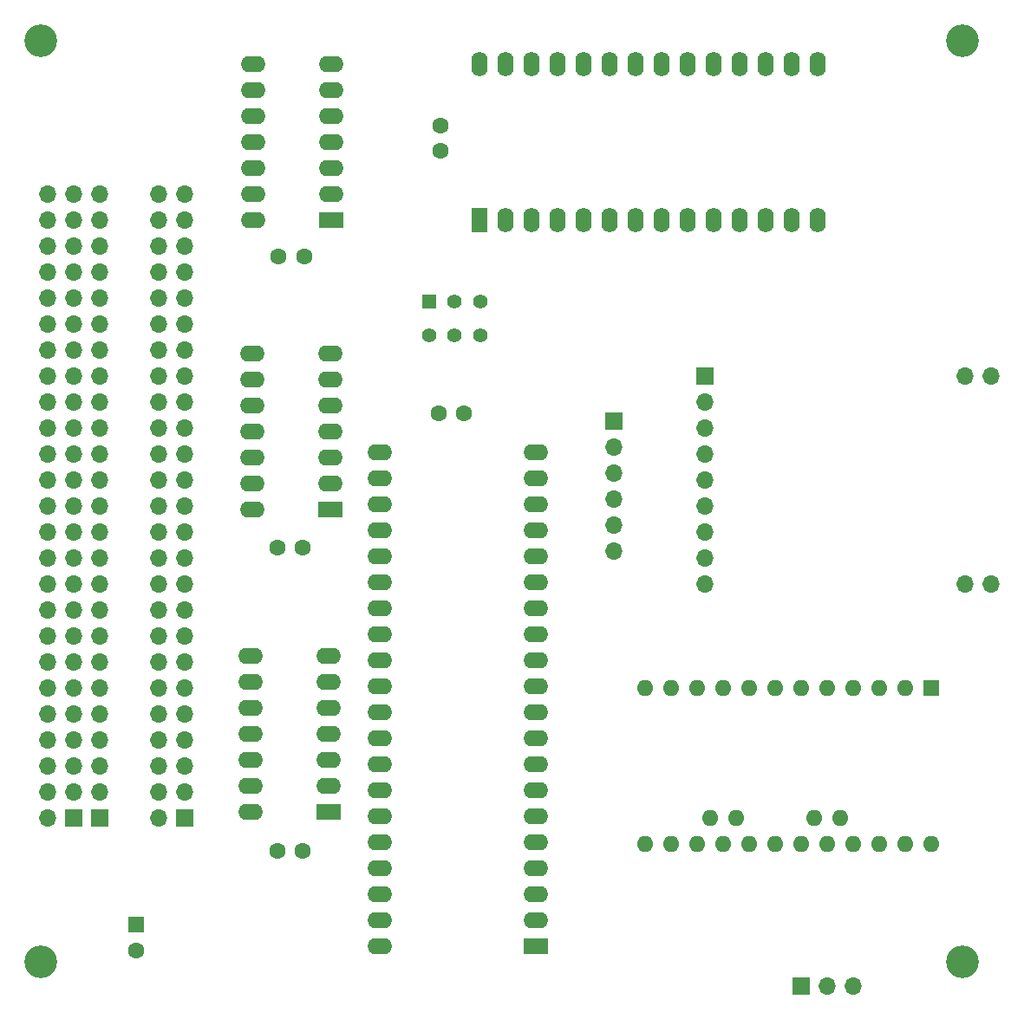
<source format=gbs>
G04 #@! TF.GenerationSoftware,KiCad,Pcbnew,(5.1.9)-1*
G04 #@! TF.CreationDate,2023-08-05T17:19:47+09:00*
G04 #@! TF.ProjectId,PC-8001_SD,50432d38-3030-4315-9f53-442e6b696361,rev?*
G04 #@! TF.SameCoordinates,PX53920b0PY93c3260*
G04 #@! TF.FileFunction,Soldermask,Bot*
G04 #@! TF.FilePolarity,Negative*
%FSLAX46Y46*%
G04 Gerber Fmt 4.6, Leading zero omitted, Abs format (unit mm)*
G04 Created by KiCad (PCBNEW (5.1.9)-1) date 2023-08-05 17:19:47*
%MOMM*%
%LPD*%
G01*
G04 APERTURE LIST*
%ADD10C,1.600000*%
%ADD11R,1.600000X2.400000*%
%ADD12O,1.600000X2.400000*%
%ADD13R,2.400000X1.600000*%
%ADD14O,2.400000X1.600000*%
%ADD15C,3.200000*%
%ADD16R,1.600000X1.600000*%
%ADD17R,1.700000X1.700000*%
%ADD18O,1.700000X1.700000*%
%ADD19O,1.600000X1.600000*%
%ADD20R,1.400000X1.400000*%
%ADD21C,1.400000*%
G04 APERTURE END LIST*
D10*
X43852000Y58522000D03*
X46352000Y58522000D03*
D11*
X47877000Y77486000D03*
D12*
X80897000Y92726000D03*
X50417000Y77486000D03*
X78357000Y92726000D03*
X52957000Y77486000D03*
X75817000Y92726000D03*
X55497000Y77486000D03*
X73277000Y92726000D03*
X58037000Y77486000D03*
X70737000Y92726000D03*
X60577000Y77486000D03*
X68197000Y92726000D03*
X63117000Y77486000D03*
X65657000Y92726000D03*
X65657000Y77486000D03*
X63117000Y92726000D03*
X68197000Y77486000D03*
X60577000Y92726000D03*
X70737000Y77486000D03*
X58037000Y92726000D03*
X73277000Y77486000D03*
X55497000Y92726000D03*
X75817000Y77486000D03*
X52957000Y92726000D03*
X78357000Y77486000D03*
X50417000Y92726000D03*
X80897000Y77486000D03*
X47877000Y92726000D03*
D13*
X53377000Y6452000D03*
D14*
X38137000Y54712000D03*
X53377000Y8992000D03*
X38137000Y52172000D03*
X53377000Y11532000D03*
X38137000Y49632000D03*
X53377000Y14072000D03*
X38137000Y47092000D03*
X53377000Y16612000D03*
X38137000Y44552000D03*
X53377000Y19152000D03*
X38137000Y42012000D03*
X53377000Y21692000D03*
X38137000Y39472000D03*
X53377000Y24232000D03*
X38137000Y36932000D03*
X53377000Y26772000D03*
X38137000Y34392000D03*
X53377000Y29312000D03*
X38137000Y31852000D03*
X53377000Y31852000D03*
X38137000Y29312000D03*
X53377000Y34392000D03*
X38137000Y26772000D03*
X53377000Y36932000D03*
X38137000Y24232000D03*
X53377000Y39472000D03*
X38137000Y21692000D03*
X53377000Y42012000D03*
X38137000Y19152000D03*
X53377000Y44552000D03*
X38137000Y16612000D03*
X53377000Y47092000D03*
X38137000Y14072000D03*
X53377000Y49632000D03*
X38137000Y11532000D03*
X53377000Y52172000D03*
X38137000Y8992000D03*
X53377000Y54712000D03*
X38137000Y6452000D03*
D10*
X44067000Y86711000D03*
X44067000Y84211000D03*
D15*
X5000000Y95000000D03*
X95000000Y95000000D03*
X95000000Y5000000D03*
X5000000Y5000000D03*
D16*
X14335000Y8570000D03*
D10*
X14335000Y6070000D03*
X30584000Y15774000D03*
X28084000Y15774000D03*
X28107000Y45403000D03*
X30607000Y45403000D03*
X30734000Y73914000D03*
X28234000Y73914000D03*
D14*
X25504000Y19584000D03*
X33124000Y34824000D03*
X25504000Y22124000D03*
X33124000Y32284000D03*
X25504000Y24664000D03*
X33124000Y29744000D03*
X25504000Y27204000D03*
X33124000Y27204000D03*
X25504000Y29744000D03*
X33124000Y24664000D03*
X25504000Y32284000D03*
X33124000Y22124000D03*
X25504000Y34824000D03*
D13*
X33124000Y19584000D03*
X33319000Y77474000D03*
D14*
X25699000Y92714000D03*
X33319000Y80014000D03*
X25699000Y90174000D03*
X33319000Y82554000D03*
X25699000Y87634000D03*
X33319000Y85094000D03*
X25699000Y85094000D03*
X33319000Y87634000D03*
X25699000Y82554000D03*
X33319000Y90174000D03*
X25699000Y80014000D03*
X33319000Y92714000D03*
X25699000Y77474000D03*
D17*
X8255000Y19050000D03*
D18*
X5715000Y19050000D03*
X8255000Y21590000D03*
X5715000Y21590000D03*
X8255000Y24130000D03*
X5715000Y24130000D03*
X8255000Y26670000D03*
X5715000Y26670000D03*
X8255000Y29210000D03*
X5715000Y29210000D03*
X8255000Y31750000D03*
X5715000Y31750000D03*
X8255000Y34290000D03*
X5715000Y34290000D03*
X8255000Y36830000D03*
X5715000Y36830000D03*
X8255000Y39370000D03*
X5715000Y39370000D03*
X8255000Y41910000D03*
X5715000Y41910000D03*
X8255000Y44450000D03*
X5715000Y44450000D03*
X8255000Y46990000D03*
X5715000Y46990000D03*
X8255000Y49530000D03*
X5715000Y49530000D03*
X8255000Y52070000D03*
X5715000Y52070000D03*
X8255000Y54610000D03*
X5715000Y54610000D03*
X8255000Y57150000D03*
X5715000Y57150000D03*
X8255000Y59690000D03*
X5715000Y59690000D03*
X8255000Y62230000D03*
X5715000Y62230000D03*
X8255000Y64770000D03*
X5715000Y64770000D03*
X8255000Y67310000D03*
X5715000Y67310000D03*
X8255000Y69850000D03*
X5715000Y69850000D03*
X8255000Y72390000D03*
X5715000Y72390000D03*
X8255000Y74930000D03*
X5715000Y74930000D03*
X8255000Y77470000D03*
X5715000Y77470000D03*
X8255000Y80010000D03*
X5715000Y80010000D03*
D17*
X10795000Y19050000D03*
D18*
X10795000Y21590000D03*
X10795000Y24130000D03*
X10795000Y26670000D03*
X10795000Y29210000D03*
X10795000Y31750000D03*
X10795000Y34290000D03*
X10795000Y36830000D03*
X10795000Y39370000D03*
X10795000Y41910000D03*
X10795000Y44450000D03*
X10795000Y46990000D03*
X10795000Y49530000D03*
X10795000Y52070000D03*
X10795000Y54610000D03*
X10795000Y57150000D03*
X10795000Y59690000D03*
X10795000Y62230000D03*
X10795000Y64770000D03*
X10795000Y67310000D03*
X10795000Y69850000D03*
X10795000Y72390000D03*
X10795000Y74930000D03*
X10795000Y77470000D03*
X10795000Y80010000D03*
D17*
X79248000Y2604000D03*
D18*
X81788000Y2604000D03*
X84328000Y2604000D03*
D13*
X33274000Y49149000D03*
D14*
X25654000Y64389000D03*
X33274000Y51689000D03*
X25654000Y61849000D03*
X33274000Y54229000D03*
X25654000Y59309000D03*
X33274000Y56769000D03*
X25654000Y56769000D03*
X33274000Y59309000D03*
X25654000Y54229000D03*
X33274000Y61849000D03*
X25654000Y51689000D03*
X33274000Y64389000D03*
X25654000Y49149000D03*
D17*
X69850000Y62230000D03*
D18*
X69850000Y59690000D03*
X69850000Y57150000D03*
X69850000Y54610000D03*
X69850000Y52070000D03*
X69850000Y49530000D03*
X69850000Y46990000D03*
X69850000Y44450000D03*
X69850000Y41910000D03*
X97790000Y41910000D03*
X95250000Y41910000D03*
X97790000Y62230000D03*
X95250000Y62230000D03*
D16*
X91935000Y31710000D03*
D19*
X89395000Y31710000D03*
X86855000Y31710000D03*
X63995000Y16470000D03*
X84315000Y31710000D03*
X66535000Y16470000D03*
X81775000Y31710000D03*
X69075000Y16470000D03*
X79235000Y31710000D03*
X71615000Y16470000D03*
X76695000Y31710000D03*
X74155000Y16470000D03*
X74155000Y31710000D03*
X76695000Y16470000D03*
X71615000Y31710000D03*
X79235000Y16470000D03*
X69075000Y31710000D03*
X81775000Y16470000D03*
X66535000Y31710000D03*
X84315000Y16470000D03*
X63995000Y31710000D03*
X86855000Y16470000D03*
X89395000Y16470000D03*
X91935000Y16470000D03*
X83045000Y19010000D03*
X80505000Y19010000D03*
X72885000Y19010000D03*
X70345000Y19010000D03*
D17*
X60960000Y57785000D03*
D18*
X60960000Y55245000D03*
X60960000Y52705000D03*
X60960000Y50165000D03*
X60960000Y47625000D03*
X60960000Y45085000D03*
D20*
X42926000Y69469000D03*
D21*
X45426000Y69469000D03*
X47926000Y69469000D03*
X42926000Y66169000D03*
X45426000Y66169000D03*
X47926000Y66169000D03*
D17*
X19050000Y19050000D03*
D18*
X16510000Y19050000D03*
X19050000Y21590000D03*
X16510000Y21590000D03*
X19050000Y24130000D03*
X16510000Y24130000D03*
X19050000Y26670000D03*
X16510000Y26670000D03*
X19050000Y29210000D03*
X16510000Y29210000D03*
X19050000Y31750000D03*
X16510000Y31750000D03*
X19050000Y34290000D03*
X16510000Y34290000D03*
X19050000Y36830000D03*
X16510000Y36830000D03*
X19050000Y39370000D03*
X16510000Y39370000D03*
X19050000Y41910000D03*
X16510000Y41910000D03*
X19050000Y44450000D03*
X16510000Y44450000D03*
X19050000Y46990000D03*
X16510000Y46990000D03*
X19050000Y49530000D03*
X16510000Y49530000D03*
X19050000Y52070000D03*
X16510000Y52070000D03*
X19050000Y54610000D03*
X16510000Y54610000D03*
X19050000Y57150000D03*
X16510000Y57150000D03*
X19050000Y59690000D03*
X16510000Y59690000D03*
X19050000Y62230000D03*
X16510000Y62230000D03*
X19050000Y64770000D03*
X16510000Y64770000D03*
X19050000Y67310000D03*
X16510000Y67310000D03*
X19050000Y69850000D03*
X16510000Y69850000D03*
X19050000Y72390000D03*
X16510000Y72390000D03*
X19050000Y74930000D03*
X16510000Y74930000D03*
X19050000Y77470000D03*
X16510000Y77470000D03*
X19050000Y80010000D03*
X16510000Y80010000D03*
M02*

</source>
